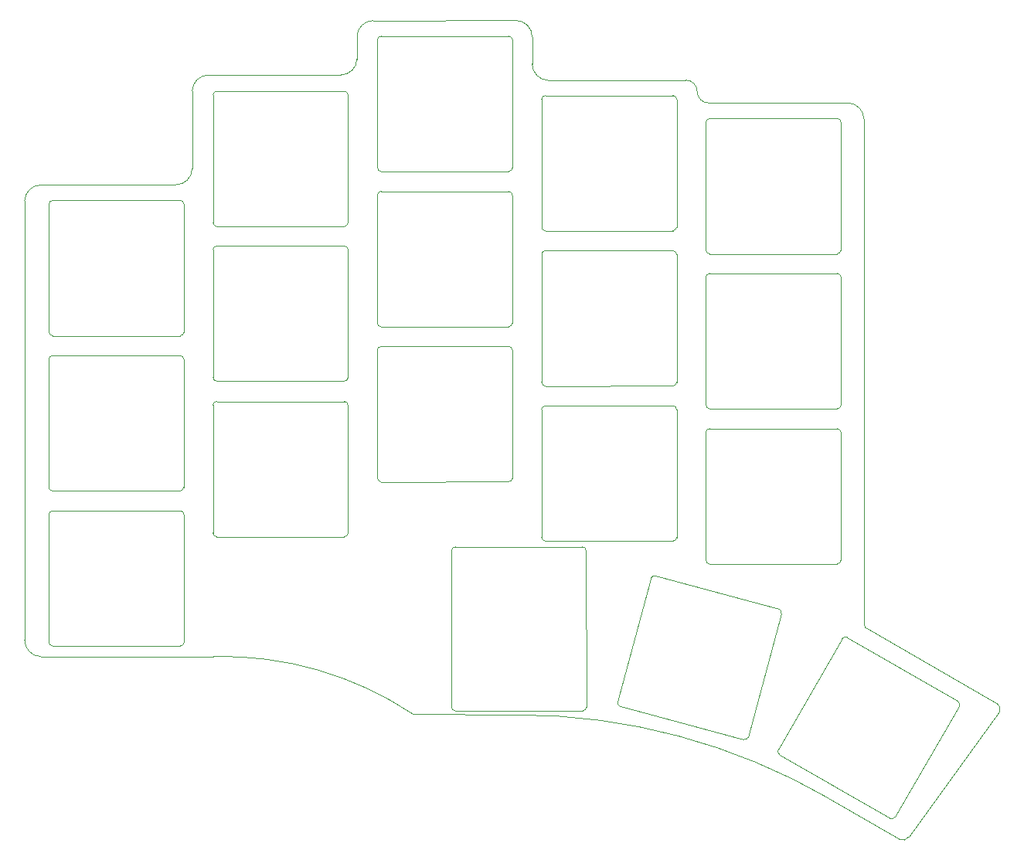
<source format=gm1>
G04 #@! TF.GenerationSoftware,KiCad,Pcbnew,7.0.2-0*
G04 #@! TF.CreationDate,2023-06-25T19:41:49+02:00*
G04 #@! TF.ProjectId,switch-plates,73776974-6368-42d7-906c-617465732e6b,0.6.0*
G04 #@! TF.SameCoordinates,Original*
G04 #@! TF.FileFunction,Profile,NP*
%FSLAX46Y46*%
G04 Gerber Fmt 4.6, Leading zero omitted, Abs format (unit mm)*
G04 Created by KiCad (PCBNEW 7.0.2-0) date 2023-06-25 19:41:49*
%MOMM*%
%LPD*%
G01*
G04 APERTURE LIST*
G04 #@! TA.AperFunction,Profile*
%ADD10C,0.050000*%
G04 #@! TD*
G04 APERTURE END LIST*
D10*
X61188833Y-79869010D02*
X61188833Y-127991349D01*
X153150000Y-78150000D02*
X153145111Y-70933883D01*
X108357933Y-135740981D02*
X122325000Y-135725000D01*
X63850001Y-80225000D02*
X63859019Y-94232933D01*
X133616117Y-66633883D02*
X118540222Y-66661837D01*
X100234753Y-93657932D02*
X114200000Y-93650000D01*
X118234753Y-117157932D02*
X132200000Y-117150000D01*
X117834031Y-99732933D02*
G75*
G03*
X118234753Y-100157932I425769J33D01*
G01*
X116795111Y-61894135D02*
X116795111Y-64867702D01*
X96625000Y-68275000D02*
X96624999Y-82274266D01*
X115050000Y-60100000D02*
X99389516Y-60113430D01*
X82250000Y-67849267D02*
G75*
G03*
X81825002Y-68250000I0J-425733D01*
G01*
X150625000Y-71275000D02*
X150624999Y-85274266D01*
X99849969Y-76225000D02*
G75*
G03*
X100250734Y-76649998I425731J0D01*
G01*
X63850001Y-114225000D02*
X63859019Y-128232933D01*
X100250000Y-78824266D02*
X114224266Y-78825001D01*
X134866117Y-67883883D02*
G75*
G03*
X133616117Y-66633883I-1250017J-17D01*
G01*
X144085184Y-125095525D02*
X140461906Y-138617777D01*
X150625000Y-88250000D02*
X150624999Y-102249266D01*
X134866117Y-67883883D02*
G75*
G03*
X136116117Y-69133883I1249983J-17D01*
G01*
X100250000Y-95824267D02*
G75*
G03*
X99825002Y-96225000I0J-425733D01*
G01*
X64234753Y-111657932D02*
X78200000Y-111650000D01*
X81825000Y-85200000D02*
X81834018Y-99207933D01*
X78225000Y-94649931D02*
G75*
G03*
X78649998Y-94249266I100J425631D01*
G01*
X136250000Y-70849266D02*
X150224266Y-70850001D01*
X79547715Y-67826168D02*
X79543548Y-76357158D01*
X117825001Y-68725000D02*
X117834019Y-82732933D01*
X99389516Y-60113394D02*
G75*
G03*
X97595381Y-61858541I-16J-1794806D01*
G01*
X150624931Y-105250000D02*
G75*
G03*
X150224266Y-104825002I-425631J100D01*
G01*
X126456225Y-135288048D02*
X139947671Y-138894859D01*
X81825001Y-102250000D02*
X81834019Y-116257933D01*
X143894963Y-140538708D02*
X155993188Y-147514462D01*
X122700734Y-118199999D02*
X122749999Y-135324266D01*
X78650000Y-80250000D02*
X78649999Y-94249266D01*
X96200000Y-82674931D02*
G75*
G03*
X96624998Y-82274266I100J425631D01*
G01*
X96199999Y-99624930D02*
G75*
G03*
X96624997Y-99224266I101J425630D01*
G01*
X118250000Y-85324267D02*
G75*
G03*
X117825002Y-85725000I0J-425733D01*
G01*
X114215981Y-76642110D02*
G75*
G03*
X114640979Y-76241333I19J425710D01*
G01*
X81825001Y-68250000D02*
X81834019Y-82257933D01*
X150625000Y-105250000D02*
X150624999Y-119249266D01*
X153150000Y-78150000D02*
X153150253Y-117617143D01*
X115235769Y-136194832D02*
X103694979Y-136082549D01*
X163561226Y-135256184D02*
G75*
G03*
X163426702Y-134687770I-368626J212884D01*
G01*
X96200000Y-116674931D02*
G75*
G03*
X96624998Y-116274266I100J425631D01*
G01*
X63859031Y-94232933D02*
G75*
G03*
X64259753Y-94657932I425769J33D01*
G01*
X77745029Y-78114927D02*
X62983651Y-78123526D01*
X135825001Y-105225000D02*
X135834019Y-119232933D01*
X96624931Y-102275000D02*
G75*
G03*
X96224266Y-101850002I-425631J100D01*
G01*
X78649931Y-80250000D02*
G75*
G03*
X78249266Y-79825002I-425631J100D01*
G01*
X82250000Y-67849266D02*
X96224266Y-67850001D01*
X81900000Y-129800000D02*
X62944009Y-129795833D01*
X150756573Y-127834547D02*
X143760417Y-139970281D01*
X122700728Y-118199999D02*
G75*
G03*
X122300000Y-117775001I-425628J99D01*
G01*
X157030886Y-149825076D02*
X149229607Y-145303912D01*
X153150253Y-117617143D02*
X153150000Y-126200000D01*
X114625000Y-96250000D02*
X114624999Y-110249266D01*
X107957187Y-135315982D02*
G75*
G03*
X108357933Y-135740980I425713J-18D01*
G01*
X116795088Y-61894135D02*
G75*
G03*
X115050000Y-60100000I-1794788J35D01*
G01*
X118250000Y-102324267D02*
G75*
G03*
X117825002Y-102725000I0J-425733D01*
G01*
X130310188Y-120963774D02*
G75*
G03*
X129795953Y-121240855I-110188J-411226D01*
G01*
X135825001Y-88225000D02*
X135834019Y-102232933D01*
X136250000Y-70849267D02*
G75*
G03*
X135825002Y-71250000I0J-425733D01*
G01*
X108400000Y-117774969D02*
G75*
G03*
X107975002Y-118175734I0J-425731D01*
G01*
X167990386Y-135844607D02*
G75*
G03*
X167797034Y-135029526I-549986J300007D01*
G01*
X153145040Y-70933883D02*
G75*
G03*
X151400000Y-69139748I-1794740J83D01*
G01*
X122325000Y-135724931D02*
G75*
G03*
X122749998Y-135324266I100J425631D01*
G01*
X78625031Y-97250000D02*
G75*
G03*
X78224266Y-96825002I-425731J0D01*
G01*
X150200000Y-102649931D02*
G75*
G03*
X150624998Y-102249266I100J425631D01*
G01*
X100265981Y-61816333D02*
X114240247Y-61817068D01*
X100250734Y-76649999D02*
X114215981Y-76642067D01*
X118234753Y-100157932D02*
X132200000Y-100150000D01*
X132200000Y-83149931D02*
G75*
G03*
X132624998Y-82749266I100J425631D01*
G01*
X151400000Y-69139748D02*
X136116117Y-69133883D01*
X136234753Y-119657932D02*
X150200000Y-119650000D01*
X100234753Y-110657932D02*
X114200000Y-110650000D01*
X114624931Y-96250000D02*
G75*
G03*
X114224266Y-95825002I-425631J100D01*
G01*
X96624999Y-85225000D02*
X96624998Y-99224266D01*
X163561248Y-135256197D02*
X156561615Y-147379916D01*
X77745029Y-78114920D02*
G75*
G03*
X79543548Y-76357158I-8629J1807820D01*
G01*
X143760358Y-139970247D02*
G75*
G03*
X143894963Y-140538708I368742J-212853D01*
G01*
X136234753Y-85682932D02*
X150200000Y-85675000D01*
X150624931Y-88250000D02*
G75*
G03*
X150224266Y-87825002I-425631J100D01*
G01*
X99840982Y-62217067D02*
X99850000Y-76225000D01*
X99825001Y-96225000D02*
X99834019Y-110232933D01*
X64250000Y-96824267D02*
G75*
G03*
X63825002Y-97225000I0J-425733D01*
G01*
X114200000Y-110649931D02*
G75*
G03*
X114624998Y-110249266I100J425631D01*
G01*
X78650000Y-114250000D02*
X78649999Y-128249266D01*
X139947673Y-138894853D02*
G75*
G03*
X140461905Y-138617777I110227J411153D01*
G01*
X117834031Y-82732933D02*
G75*
G03*
X118234753Y-83157932I425769J33D01*
G01*
X99825001Y-79225000D02*
X99834019Y-93232933D01*
X151324977Y-127700040D02*
G75*
G03*
X150756574Y-127834547I-212877J-368660D01*
G01*
X132625000Y-85750000D02*
X132624999Y-99749266D01*
X149229606Y-145303913D02*
G75*
G03*
X115235769Y-136194832I-33993836J-58875617D01*
G01*
X132624931Y-68750000D02*
G75*
G03*
X132224266Y-68325002I-425631J100D01*
G01*
X136250000Y-87824267D02*
G75*
G03*
X135825002Y-88225000I0J-425733D01*
G01*
X64275000Y-113824266D02*
X78249266Y-113825001D01*
X82234752Y-99632932D02*
X96199999Y-99625000D01*
X158055405Y-149550557D02*
X167990425Y-135844628D01*
X150200000Y-85674931D02*
G75*
G03*
X150624998Y-85274266I100J425631D01*
G01*
X157030888Y-149825073D02*
G75*
G03*
X158055405Y-149550557I375012J649473D01*
G01*
X82250000Y-101849266D02*
X96224266Y-101850001D01*
X135834031Y-85257933D02*
G75*
G03*
X136234753Y-85682932I425769J33D01*
G01*
X82250000Y-101849267D02*
G75*
G03*
X81825002Y-102250000I0J-425733D01*
G01*
X100250000Y-95824266D02*
X114224266Y-95825001D01*
X82234753Y-116682932D02*
X96200000Y-116675000D01*
X81834031Y-116257933D02*
G75*
G03*
X82234753Y-116682932I425769J33D01*
G01*
X129795953Y-121240855D02*
X126179144Y-134773813D01*
X63825001Y-97225000D02*
X63834019Y-111232933D01*
X126179162Y-134773818D02*
G75*
G03*
X126456225Y-135288047I411238J-110182D01*
G01*
X62983651Y-78123538D02*
G75*
G03*
X61188834Y-79869010I-51J-1795462D01*
G01*
X64275000Y-79824267D02*
G75*
G03*
X63850002Y-80225000I0J-425733D01*
G01*
X64259753Y-94657932D02*
X78225000Y-94650000D01*
X118250000Y-85324266D02*
X132224266Y-85325001D01*
X132625000Y-68750000D02*
X132624999Y-82749266D01*
X100250000Y-78824267D02*
G75*
G03*
X99825002Y-79225000I0J-425733D01*
G01*
X114640963Y-62242067D02*
G75*
G03*
X114240247Y-61817069I-425663J67D01*
G01*
X64275000Y-113824267D02*
G75*
G03*
X63850002Y-114225000I0J-425733D01*
G01*
X103694982Y-136082545D02*
G75*
G03*
X81900000Y-129800001I-20857682J-31411955D01*
G01*
X78649931Y-114250000D02*
G75*
G03*
X78249266Y-113825002I-425631J100D01*
G01*
X63859031Y-128232933D02*
G75*
G03*
X64259753Y-128657932I425769J33D01*
G01*
X81833937Y-99207933D02*
G75*
G03*
X82234752Y-99632931I425763J33D01*
G01*
X150200000Y-119649931D02*
G75*
G03*
X150624998Y-119249266I100J425631D01*
G01*
X136250000Y-104824266D02*
X150224266Y-104825001D01*
X82234753Y-82682932D02*
X96200000Y-82675000D01*
X99834031Y-110232933D02*
G75*
G03*
X100234753Y-110657932I425769J33D01*
G01*
X153150002Y-126200000D02*
G75*
G03*
X153300002Y-126649999I599998J-50000D01*
G01*
X136234753Y-102657932D02*
X150200000Y-102650000D01*
X96624931Y-85225000D02*
G75*
G03*
X96224265Y-84800002I-425631J100D01*
G01*
X167797034Y-135029526D02*
X153300001Y-126650000D01*
X114640981Y-62242067D02*
X114640980Y-76241333D01*
X64250000Y-96824266D02*
X78224266Y-96825001D01*
X82249999Y-84799266D02*
G75*
G03*
X81825001Y-85200000I1J-425734D01*
G01*
X132624931Y-102750000D02*
G75*
G03*
X132224266Y-102325002I-425631J100D01*
G01*
X78225000Y-128649931D02*
G75*
G03*
X78649998Y-128249266I100J425631D01*
G01*
X118250000Y-102324266D02*
X132224266Y-102325001D01*
X78200000Y-111650031D02*
G75*
G03*
X78624998Y-111249266I0J425731D01*
G01*
X132625000Y-102750000D02*
X132624999Y-116749266D01*
X107975001Y-118175734D02*
X107957199Y-135315982D01*
X118250000Y-68324266D02*
X132224266Y-68325001D01*
X82249999Y-84799266D02*
X96224265Y-84800001D01*
X135825001Y-71250000D02*
X135834019Y-85257933D01*
X114625000Y-79250000D02*
X114624999Y-93249266D01*
X132200000Y-100149931D02*
G75*
G03*
X132624998Y-99749266I100J425631D01*
G01*
X95805865Y-66083289D02*
G75*
G03*
X97600000Y-64338143I-65J1794889D01*
G01*
X97595381Y-61858541D02*
X97600000Y-64338143D01*
X118250000Y-68324267D02*
G75*
G03*
X117825002Y-68725000I0J-425733D01*
G01*
X99834031Y-93232933D02*
G75*
G03*
X100234753Y-93657932I425769J33D01*
G01*
X114200000Y-93649931D02*
G75*
G03*
X114624998Y-93249266I100J425631D01*
G01*
X150624931Y-71275000D02*
G75*
G03*
X150224266Y-70850002I-425631J100D01*
G01*
X108400000Y-117775000D02*
X122300000Y-117775000D01*
X100265981Y-61816346D02*
G75*
G03*
X99840983Y-62217067I19J-425754D01*
G01*
X78625000Y-97250000D02*
X78624999Y-111249266D01*
X117825001Y-102725000D02*
X117834019Y-116732933D01*
X136250000Y-104824267D02*
G75*
G03*
X135825002Y-105225000I0J-425733D01*
G01*
X116795076Y-64867702D02*
G75*
G03*
X118540222Y-66661836I1794824J2D01*
G01*
X95805865Y-66083254D02*
X81352199Y-66070992D01*
X130310188Y-120963774D02*
X143808102Y-124581290D01*
X61188775Y-127991349D02*
G75*
G03*
X62944009Y-129795833I1805225J49D01*
G01*
X135834031Y-119232933D02*
G75*
G03*
X136234753Y-119657932I425769J33D01*
G01*
X135834031Y-102232933D02*
G75*
G03*
X136234753Y-102657932I425769J33D01*
G01*
X117825001Y-85725000D02*
X117834019Y-99732933D01*
X63834031Y-111232933D02*
G75*
G03*
X64234753Y-111657932I425769J33D01*
G01*
X151325000Y-127700000D02*
X163426702Y-134687770D01*
X132624931Y-85750000D02*
G75*
G03*
X132224266Y-85325002I-425631J100D01*
G01*
X114624931Y-79250000D02*
G75*
G03*
X114224266Y-78825002I-425631J100D01*
G01*
X96625000Y-102275000D02*
X96624999Y-116274266D01*
X81834031Y-82257933D02*
G75*
G03*
X82234753Y-82682932I425769J33D01*
G01*
X132200000Y-117149931D02*
G75*
G03*
X132624998Y-116749266I100J425631D01*
G01*
X144085167Y-125095520D02*
G75*
G03*
X143808102Y-124581291I-411167J110220D01*
G01*
X96624931Y-68275000D02*
G75*
G03*
X96224266Y-67850002I-425631J100D01*
G01*
X81352199Y-66071022D02*
G75*
G03*
X79547715Y-67826168I1J-1805178D01*
G01*
X64259753Y-128657932D02*
X78225000Y-128650000D01*
X117834031Y-116732933D02*
G75*
G03*
X118234753Y-117157932I425769J33D01*
G01*
X64275000Y-79824266D02*
X78249266Y-79825001D01*
X155993213Y-147514419D02*
G75*
G03*
X156561615Y-147379916I212887J368619D01*
G01*
X118234753Y-83157932D02*
X132200000Y-83150000D01*
X136250000Y-87824266D02*
X150224266Y-87825001D01*
M02*

</source>
